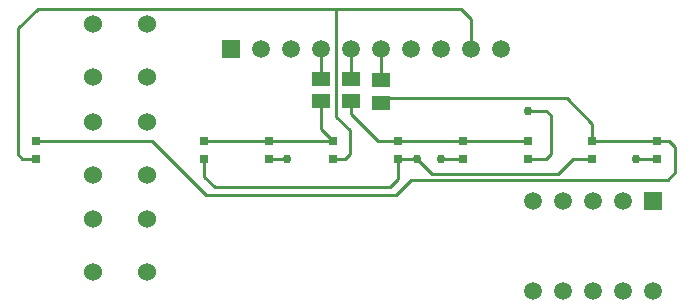
<source format=gtl>
%FSDAX24Y24*%
%MOIN*%
%SFA1B1*%

%IPPOS*%
%ADD13C,0.010000*%
%ADD14R,0.059060X0.051180*%
%ADD15R,0.031500X0.031500*%
%ADD23C,0.059060*%
%ADD24R,0.059060X0.059060*%
%ADD25C,0.060000*%
%ADD26R,0.059060X0.059060*%
%ADD27C,0.030000*%
%LNde-120824_1-1*%
%LPD*%
G54D13*
X003000Y011450D02*
X012950D01*
X002350Y010800D02*
X003000Y011450D01*
X020634Y008465D02*
X021492Y007607D01*
Y007045D02*
Y007607D01*
X010707Y007045D02*
X012864D01*
X020854Y006454D02*
X021492D01*
X022950Y006450D02*
X022954Y006454D01*
X020100Y006600D02*
Y007900D01*
X014450Y008465D02*
X020634D01*
X019950Y008050D02*
X020100Y007900D01*
X019350Y008050D02*
X019950D01*
X013400Y006600D02*
Y007400D01*
X012950Y007850D02*
X013400Y007400D01*
X024000Y005750D02*
X024250Y006000D01*
X022954Y006454D02*
X023650D01*
X006804Y007045D02*
X008600Y005250D01*
X023650Y007045D02*
X024054D01*
X024250Y006000D02*
Y006850D01*
X024054Y007045D02*
X024250Y006850D01*
X008600Y005250D02*
X014950D01*
X015450Y005750*
X024000*
X008550Y007045D02*
X010707D01*
X015021Y005771D02*
Y006454D01*
X014750Y005500D02*
X015021Y005771D01*
X008900Y005500D02*
X014750D01*
X008550Y005850D02*
X008900Y005500D01*
X008550Y005850D02*
Y006454D01*
X010707D02*
X011295D01*
X011300Y006450*
X012864Y006454D02*
X013254D01*
X013400Y006600*
X012450Y009184D02*
Y010100D01*
X015650Y006450D02*
X016150Y005950D01*
X020350*
X020854Y006454*
X002350Y006600D02*
Y010800D01*
X002495Y006454D02*
X002950D01*
X002350Y006600D02*
X002495Y006454D01*
X017450Y010100D02*
Y011100D01*
X012950Y011450D02*
X017100D01*
X017450Y011100*
X012450Y007459D02*
Y008515D01*
X015021Y007045D02*
X017178D01*
X019335*
Y006454D02*
X019954D01*
X020100Y006600*
X017173Y006450D02*
X017178Y006454D01*
X016450Y006450D02*
X017173D01*
X015021Y006454D02*
X015026Y006450D01*
X015650*
X014354Y007045D02*
X015021D01*
X002950D02*
X006804D01*
X021492D02*
X023650D01*
X013450Y009184D02*
Y010100D01*
X014450Y009134D02*
Y010100D01*
X012450Y007459D02*
X012864Y007045D01*
X013450Y007950D02*
Y008515D01*
Y007950D02*
X014354Y007045D01*
X012950Y007850D02*
Y011450D01*
G54D14*
X014450Y008326D03*
Y009074D03*
X013450Y008376D03*
Y009124D03*
X012450Y008376D03*
Y009124D03*
G54D15*
X002950Y006454D03*
Y007045D03*
X008550Y006454D03*
Y007045D03*
X010707Y006454D03*
Y007045D03*
X012864Y006454D03*
Y007045D03*
X015021Y006454D03*
Y007045D03*
X017178Y006454D03*
Y007045D03*
X023650Y006454D03*
Y007045D03*
X021492Y006454D03*
Y007045D03*
X019335Y006454D03*
Y007045D03*
G54D23*
X019500Y002050D03*
X020500D03*
X021500D03*
X022500D03*
X023500D03*
X019500Y005050D03*
X020500D03*
X021500D03*
X022500D03*
X010450Y010100D03*
X012450D03*
X013450D03*
X014450D03*
X015450D03*
X016450D03*
X017450D03*
X018450D03*
X011450D03*
G54D24*
X023500Y005050D03*
G54D25*
X004864Y010935D03*
X006635D03*
X004864Y009164D03*
X006635D03*
X004864Y007685D03*
X006635D03*
X004864Y005914D03*
X006635D03*
X004864Y004435D03*
X006635D03*
X004864Y002664D03*
X006635D03*
G54D26*
X009450Y010100D03*
G54D27*
X022950Y006450D03*
X019350Y008050D03*
X016450Y006450D03*
X015650D03*
X011300D03*
M02*
</source>
